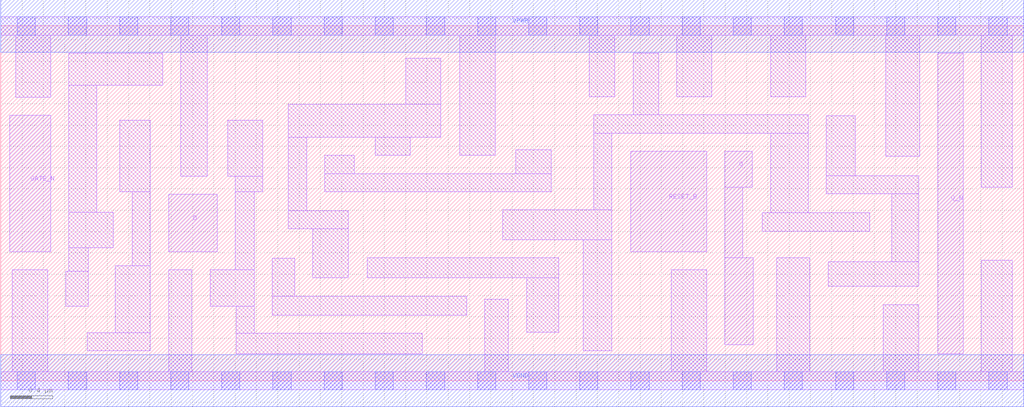
<source format=lef>
# Copyright 2020 The SkyWater PDK Authors
#
# Licensed under the Apache License, Version 2.0 (the "License");
# you may not use this file except in compliance with the License.
# You may obtain a copy of the License at
#
#     https://www.apache.org/licenses/LICENSE-2.0
#
# Unless required by applicable law or agreed to in writing, software
# distributed under the License is distributed on an "AS IS" BASIS,
# WITHOUT WARRANTIES OR CONDITIONS OF ANY KIND, either express or implied.
# See the License for the specific language governing permissions and
# limitations under the License.
#
# SPDX-License-Identifier: Apache-2.0

VERSION 5.7 ;
  NOWIREEXTENSIONATPIN ON ;
  DIVIDERCHAR "/" ;
  BUSBITCHARS "[]" ;
UNITS
  DATABASE MICRONS 200 ;
END UNITS
MACRO sky130_fd_sc_lp__dlrbn_2
  CLASS CORE ;
  FOREIGN sky130_fd_sc_lp__dlrbn_2 ;
  ORIGIN  0.000000  0.000000 ;
  SIZE  9.600000 BY  3.330000 ;
  SYMMETRY X Y R90 ;
  SITE unit ;
  PIN D
    ANTENNAGATEAREA  0.159000 ;
    DIRECTION INPUT ;
    USE SIGNAL ;
    PORT
      LAYER li1 ;
        RECT 1.575000 1.210000 2.030000 1.750000 ;
    END
  END D
  PIN Q
    ANTENNADIFFAREA  0.588000 ;
    DIRECTION OUTPUT ;
    USE SIGNAL ;
    PORT
      LAYER li1 ;
        RECT 6.795000 0.340000 7.065000 1.155000 ;
        RECT 6.795000 1.155000 6.965000 1.815000 ;
        RECT 6.795000 1.815000 7.055000 2.155000 ;
    END
  END Q
  PIN Q_N
    ANTENNADIFFAREA  0.588000 ;
    DIRECTION OUTPUT ;
    USE SIGNAL ;
    PORT
      LAYER li1 ;
        RECT 8.795000 0.255000 9.035000 3.075000 ;
    END
  END Q_N
  PIN RESET_B
    ANTENNAGATEAREA  0.315000 ;
    DIRECTION INPUT ;
    USE SIGNAL ;
    PORT
      LAYER li1 ;
        RECT 5.915000 1.210000 6.625000 2.155000 ;
    END
  END RESET_B
  PIN GATE_N
    ANTENNAGATEAREA  0.159000 ;
    DIRECTION INPUT ;
    USE CLOCK ;
    PORT
      LAYER li1 ;
        RECT 0.085000 1.210000 0.470000 2.490000 ;
    END
  END GATE_N
  PIN VGND
    DIRECTION INOUT ;
    USE GROUND ;
    PORT
      LAYER met1 ;
        RECT 0.000000 -0.245000 9.600000 0.245000 ;
    END
  END VGND
  PIN VPWR
    DIRECTION INOUT ;
    USE POWER ;
    PORT
      LAYER met1 ;
        RECT 0.000000 3.085000 9.600000 3.575000 ;
    END
  END VPWR
  OBS
    LAYER li1 ;
      RECT 0.000000 -0.085000 9.600000 0.085000 ;
      RECT 0.000000  3.245000 9.600000 3.415000 ;
      RECT 0.110000  0.085000 0.440000 1.040000 ;
      RECT 0.140000  2.660000 0.470000 3.245000 ;
      RECT 0.610000  0.700000 0.820000 1.030000 ;
      RECT 0.640000  1.030000 0.820000 1.250000 ;
      RECT 0.640000  1.250000 1.055000 1.580000 ;
      RECT 0.640000  1.580000 0.900000 2.775000 ;
      RECT 0.640000  2.775000 1.520000 3.075000 ;
      RECT 0.810000  0.280000 1.405000 0.450000 ;
      RECT 1.075000  0.450000 1.405000 1.080000 ;
      RECT 1.115000  1.775000 1.405000 2.445000 ;
      RECT 1.235000  1.080000 1.405000 1.775000 ;
      RECT 1.575000  0.085000 1.795000 1.040000 ;
      RECT 1.690000  1.920000 1.940000 3.245000 ;
      RECT 1.965000  0.700000 2.380000 1.040000 ;
      RECT 2.130000  1.920000 2.460000 2.445000 ;
      RECT 2.200000  1.040000 2.380000 1.775000 ;
      RECT 2.200000  1.775000 2.460000 1.920000 ;
      RECT 2.210000  0.255000 3.955000 0.445000 ;
      RECT 2.210000  0.445000 2.380000 0.700000 ;
      RECT 2.550000  0.615000 4.375000 0.795000 ;
      RECT 2.550000  0.795000 2.760000 1.150000 ;
      RECT 2.700000  1.425000 3.260000 1.595000 ;
      RECT 2.700000  1.595000 2.870000 2.285000 ;
      RECT 2.700000  2.285000 4.130000 2.595000 ;
      RECT 2.930000  0.965000 3.260000 1.425000 ;
      RECT 3.040000  1.775000 5.165000 1.945000 ;
      RECT 3.040000  1.945000 3.320000 2.115000 ;
      RECT 3.440000  0.965000 5.235000 1.155000 ;
      RECT 3.515000  2.115000 3.845000 2.285000 ;
      RECT 3.800000  2.595000 4.130000 3.025000 ;
      RECT 4.310000  2.115000 4.640000 3.245000 ;
      RECT 4.545000  0.085000 4.765000 0.765000 ;
      RECT 4.710000  1.325000 5.735000 1.605000 ;
      RECT 4.835000  1.945000 5.165000 2.170000 ;
      RECT 4.935000  0.455000 5.235000 0.965000 ;
      RECT 5.465000  0.280000 5.735000 1.325000 ;
      RECT 5.525000  2.665000 5.765000 3.245000 ;
      RECT 5.565000  1.605000 5.735000 2.325000 ;
      RECT 5.565000  2.325000 7.580000 2.495000 ;
      RECT 5.935000  2.495000 6.175000 3.075000 ;
      RECT 6.295000  0.085000 6.625000 1.040000 ;
      RECT 6.345000  2.665000 6.675000 3.245000 ;
      RECT 7.145000  1.405000 8.155000 1.575000 ;
      RECT 7.225000  1.575000 7.580000 2.325000 ;
      RECT 7.225000  2.665000 7.555000 3.245000 ;
      RECT 7.285000  0.085000 7.595000 1.155000 ;
      RECT 7.750000  1.755000 8.615000 1.925000 ;
      RECT 7.750000  1.925000 8.020000 2.485000 ;
      RECT 7.765000  0.885000 8.615000 1.115000 ;
      RECT 8.285000  0.085000 8.615000 0.715000 ;
      RECT 8.305000  2.105000 8.625000 3.245000 ;
      RECT 8.365000  1.115000 8.615000 1.755000 ;
      RECT 9.205000  0.085000 9.495000 1.130000 ;
      RECT 9.205000  1.815000 9.495000 3.245000 ;
    LAYER mcon ;
      RECT 0.155000 -0.085000 0.325000 0.085000 ;
      RECT 0.155000  3.245000 0.325000 3.415000 ;
      RECT 0.635000 -0.085000 0.805000 0.085000 ;
      RECT 0.635000  3.245000 0.805000 3.415000 ;
      RECT 1.115000 -0.085000 1.285000 0.085000 ;
      RECT 1.115000  3.245000 1.285000 3.415000 ;
      RECT 1.595000 -0.085000 1.765000 0.085000 ;
      RECT 1.595000  3.245000 1.765000 3.415000 ;
      RECT 2.075000 -0.085000 2.245000 0.085000 ;
      RECT 2.075000  3.245000 2.245000 3.415000 ;
      RECT 2.555000 -0.085000 2.725000 0.085000 ;
      RECT 2.555000  3.245000 2.725000 3.415000 ;
      RECT 3.035000 -0.085000 3.205000 0.085000 ;
      RECT 3.035000  3.245000 3.205000 3.415000 ;
      RECT 3.515000 -0.085000 3.685000 0.085000 ;
      RECT 3.515000  3.245000 3.685000 3.415000 ;
      RECT 3.995000 -0.085000 4.165000 0.085000 ;
      RECT 3.995000  3.245000 4.165000 3.415000 ;
      RECT 4.475000 -0.085000 4.645000 0.085000 ;
      RECT 4.475000  3.245000 4.645000 3.415000 ;
      RECT 4.955000 -0.085000 5.125000 0.085000 ;
      RECT 4.955000  3.245000 5.125000 3.415000 ;
      RECT 5.435000 -0.085000 5.605000 0.085000 ;
      RECT 5.435000  3.245000 5.605000 3.415000 ;
      RECT 5.915000 -0.085000 6.085000 0.085000 ;
      RECT 5.915000  3.245000 6.085000 3.415000 ;
      RECT 6.395000 -0.085000 6.565000 0.085000 ;
      RECT 6.395000  3.245000 6.565000 3.415000 ;
      RECT 6.875000 -0.085000 7.045000 0.085000 ;
      RECT 6.875000  3.245000 7.045000 3.415000 ;
      RECT 7.355000 -0.085000 7.525000 0.085000 ;
      RECT 7.355000  3.245000 7.525000 3.415000 ;
      RECT 7.835000 -0.085000 8.005000 0.085000 ;
      RECT 7.835000  3.245000 8.005000 3.415000 ;
      RECT 8.315000 -0.085000 8.485000 0.085000 ;
      RECT 8.315000  3.245000 8.485000 3.415000 ;
      RECT 8.795000 -0.085000 8.965000 0.085000 ;
      RECT 8.795000  3.245000 8.965000 3.415000 ;
      RECT 9.275000 -0.085000 9.445000 0.085000 ;
      RECT 9.275000  3.245000 9.445000 3.415000 ;
  END
END sky130_fd_sc_lp__dlrbn_2
END LIBRARY

</source>
